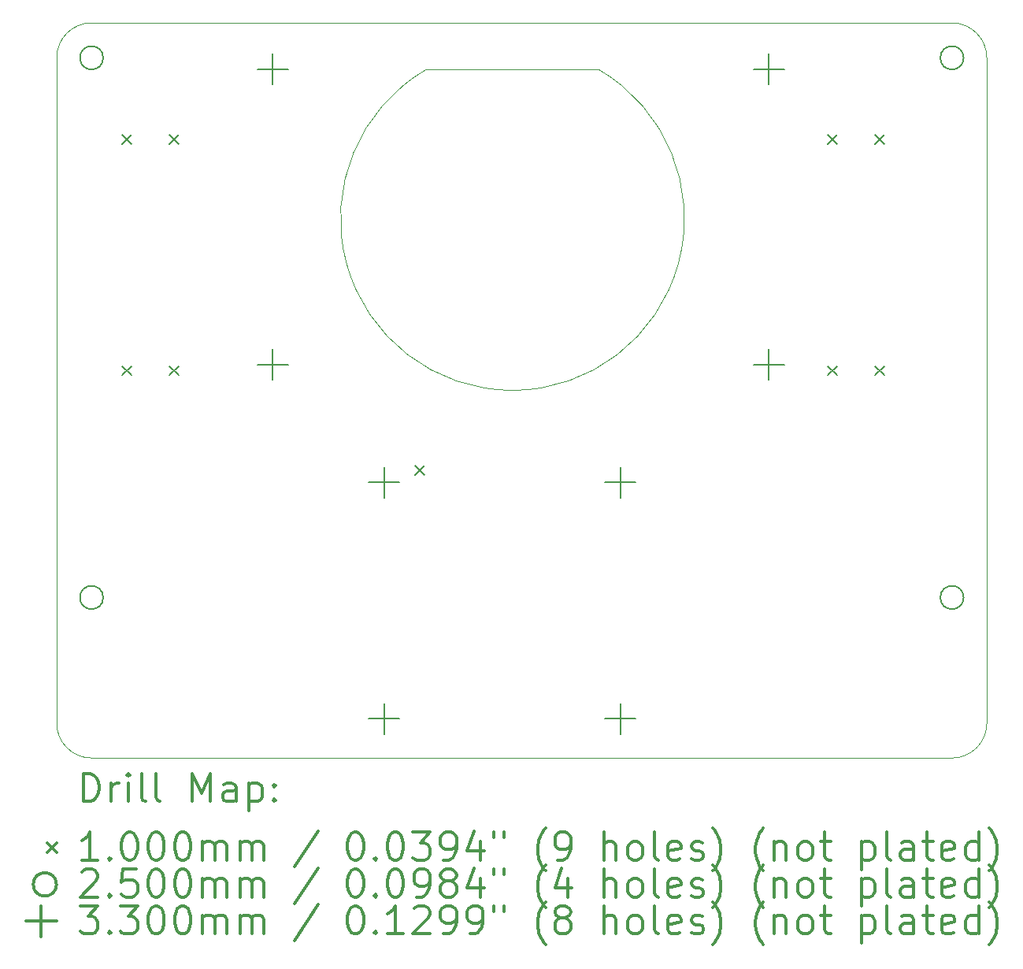
<source format=gbr>
%FSLAX45Y45*%
G04 Gerber Fmt 4.5, Leading zero omitted, Abs format (unit mm)*
G04 Created by KiCad (PCBNEW 5.99.0+really5.1.12+dfsg1-1) date 2022-01-12 10:46:13*
%MOMM*%
%LPD*%
G01*
G04 APERTURE LIST*
%TA.AperFunction,Profile*%
%ADD10C,0.050000*%
%TD*%
%ADD11C,0.200000*%
%ADD12C,0.300000*%
G04 APERTURE END LIST*
D10*
X13974064Y-5500000D02*
X15825396Y-5499688D01*
X15825396Y-5499688D02*
G75*
G02*
X13974064Y-5500000I-925397J-1600312D01*
G01*
X10000000Y-5375000D02*
G75*
G02*
X10375000Y-5000000I375000J0D01*
G01*
X19625000Y-5000000D02*
G75*
G02*
X20000000Y-5375000I0J-375000D01*
G01*
X20000000Y-12525000D02*
G75*
G02*
X19625000Y-12900000I-375000J0D01*
G01*
X10375000Y-12900000D02*
G75*
G02*
X10000000Y-12525000I0J375000D01*
G01*
X10375000Y-12900000D02*
X19625000Y-12900000D01*
X20000000Y-5375000D02*
X20000000Y-12525000D01*
X10375000Y-5000000D02*
X19625000Y-5000000D01*
X10000000Y-5375000D02*
X10000000Y-12525000D01*
D11*
X10700550Y-6204000D02*
X10800550Y-6304000D01*
X10800550Y-6204000D02*
X10700550Y-6304000D01*
X10700550Y-8687600D02*
X10800550Y-8787600D01*
X10800550Y-8687600D02*
X10700550Y-8787600D01*
X11208550Y-6204000D02*
X11308550Y-6304000D01*
X11308550Y-6204000D02*
X11208550Y-6304000D01*
X11208550Y-8687600D02*
X11308550Y-8787600D01*
X11308550Y-8687600D02*
X11208550Y-8787600D01*
X13852944Y-9760750D02*
X13952944Y-9860750D01*
X13952944Y-9760750D02*
X13852944Y-9860750D01*
X18288800Y-6204000D02*
X18388800Y-6304000D01*
X18388800Y-6204000D02*
X18288800Y-6304000D01*
X18288800Y-8687600D02*
X18388800Y-8787600D01*
X18388800Y-8687600D02*
X18288800Y-8787600D01*
X18796800Y-6204000D02*
X18896800Y-6304000D01*
X18896800Y-6204000D02*
X18796800Y-6304000D01*
X18796800Y-8687600D02*
X18896800Y-8787600D01*
X18896800Y-8687600D02*
X18796800Y-8787600D01*
X10500000Y-5375000D02*
G75*
G03*
X10500000Y-5375000I-125000J0D01*
G01*
X10500000Y-11175000D02*
G75*
G03*
X10500000Y-11175000I-125000J0D01*
G01*
X19750000Y-5375000D02*
G75*
G03*
X19750000Y-5375000I-125000J0D01*
G01*
X19750000Y-11175000D02*
G75*
G03*
X19750000Y-11175000I-125000J0D01*
G01*
X12321810Y-5332322D02*
X12321810Y-5662322D01*
X12156810Y-5497322D02*
X12486810Y-5497322D01*
X12321810Y-8507322D02*
X12321810Y-8837322D01*
X12156810Y-8672322D02*
X12486810Y-8672322D01*
X13521944Y-9772750D02*
X13521944Y-10102750D01*
X13356944Y-9937750D02*
X13686944Y-9937750D01*
X13521944Y-12312750D02*
X13521944Y-12642750D01*
X13356944Y-12477750D02*
X13686944Y-12477750D01*
X16061944Y-9772750D02*
X16061944Y-10102750D01*
X15896944Y-9937750D02*
X16226944Y-9937750D01*
X16061944Y-12312750D02*
X16061944Y-12642750D01*
X15896944Y-12477750D02*
X16226944Y-12477750D01*
X17655810Y-5332322D02*
X17655810Y-5662322D01*
X17490810Y-5497322D02*
X17820810Y-5497322D01*
X17655810Y-8507322D02*
X17655810Y-8837322D01*
X17490810Y-8672322D02*
X17820810Y-8672322D01*
D12*
X10283928Y-13368214D02*
X10283928Y-13068214D01*
X10355357Y-13068214D01*
X10398214Y-13082500D01*
X10426786Y-13111071D01*
X10441071Y-13139643D01*
X10455357Y-13196786D01*
X10455357Y-13239643D01*
X10441071Y-13296786D01*
X10426786Y-13325357D01*
X10398214Y-13353929D01*
X10355357Y-13368214D01*
X10283928Y-13368214D01*
X10583928Y-13368214D02*
X10583928Y-13168214D01*
X10583928Y-13225357D02*
X10598214Y-13196786D01*
X10612500Y-13182500D01*
X10641071Y-13168214D01*
X10669643Y-13168214D01*
X10769643Y-13368214D02*
X10769643Y-13168214D01*
X10769643Y-13068214D02*
X10755357Y-13082500D01*
X10769643Y-13096786D01*
X10783928Y-13082500D01*
X10769643Y-13068214D01*
X10769643Y-13096786D01*
X10955357Y-13368214D02*
X10926786Y-13353929D01*
X10912500Y-13325357D01*
X10912500Y-13068214D01*
X11112500Y-13368214D02*
X11083928Y-13353929D01*
X11069643Y-13325357D01*
X11069643Y-13068214D01*
X11455357Y-13368214D02*
X11455357Y-13068214D01*
X11555357Y-13282500D01*
X11655357Y-13068214D01*
X11655357Y-13368214D01*
X11926786Y-13368214D02*
X11926786Y-13211071D01*
X11912500Y-13182500D01*
X11883928Y-13168214D01*
X11826786Y-13168214D01*
X11798214Y-13182500D01*
X11926786Y-13353929D02*
X11898214Y-13368214D01*
X11826786Y-13368214D01*
X11798214Y-13353929D01*
X11783928Y-13325357D01*
X11783928Y-13296786D01*
X11798214Y-13268214D01*
X11826786Y-13253929D01*
X11898214Y-13253929D01*
X11926786Y-13239643D01*
X12069643Y-13168214D02*
X12069643Y-13468214D01*
X12069643Y-13182500D02*
X12098214Y-13168214D01*
X12155357Y-13168214D01*
X12183928Y-13182500D01*
X12198214Y-13196786D01*
X12212500Y-13225357D01*
X12212500Y-13311071D01*
X12198214Y-13339643D01*
X12183928Y-13353929D01*
X12155357Y-13368214D01*
X12098214Y-13368214D01*
X12069643Y-13353929D01*
X12341071Y-13339643D02*
X12355357Y-13353929D01*
X12341071Y-13368214D01*
X12326786Y-13353929D01*
X12341071Y-13339643D01*
X12341071Y-13368214D01*
X12341071Y-13182500D02*
X12355357Y-13196786D01*
X12341071Y-13211071D01*
X12326786Y-13196786D01*
X12341071Y-13182500D01*
X12341071Y-13211071D01*
X9897500Y-13812500D02*
X9997500Y-13912500D01*
X9997500Y-13812500D02*
X9897500Y-13912500D01*
X10441071Y-13998214D02*
X10269643Y-13998214D01*
X10355357Y-13998214D02*
X10355357Y-13698214D01*
X10326786Y-13741071D01*
X10298214Y-13769643D01*
X10269643Y-13783929D01*
X10569643Y-13969643D02*
X10583928Y-13983929D01*
X10569643Y-13998214D01*
X10555357Y-13983929D01*
X10569643Y-13969643D01*
X10569643Y-13998214D01*
X10769643Y-13698214D02*
X10798214Y-13698214D01*
X10826786Y-13712500D01*
X10841071Y-13726786D01*
X10855357Y-13755357D01*
X10869643Y-13812500D01*
X10869643Y-13883929D01*
X10855357Y-13941071D01*
X10841071Y-13969643D01*
X10826786Y-13983929D01*
X10798214Y-13998214D01*
X10769643Y-13998214D01*
X10741071Y-13983929D01*
X10726786Y-13969643D01*
X10712500Y-13941071D01*
X10698214Y-13883929D01*
X10698214Y-13812500D01*
X10712500Y-13755357D01*
X10726786Y-13726786D01*
X10741071Y-13712500D01*
X10769643Y-13698214D01*
X11055357Y-13698214D02*
X11083928Y-13698214D01*
X11112500Y-13712500D01*
X11126786Y-13726786D01*
X11141071Y-13755357D01*
X11155357Y-13812500D01*
X11155357Y-13883929D01*
X11141071Y-13941071D01*
X11126786Y-13969643D01*
X11112500Y-13983929D01*
X11083928Y-13998214D01*
X11055357Y-13998214D01*
X11026786Y-13983929D01*
X11012500Y-13969643D01*
X10998214Y-13941071D01*
X10983928Y-13883929D01*
X10983928Y-13812500D01*
X10998214Y-13755357D01*
X11012500Y-13726786D01*
X11026786Y-13712500D01*
X11055357Y-13698214D01*
X11341071Y-13698214D02*
X11369643Y-13698214D01*
X11398214Y-13712500D01*
X11412500Y-13726786D01*
X11426786Y-13755357D01*
X11441071Y-13812500D01*
X11441071Y-13883929D01*
X11426786Y-13941071D01*
X11412500Y-13969643D01*
X11398214Y-13983929D01*
X11369643Y-13998214D01*
X11341071Y-13998214D01*
X11312500Y-13983929D01*
X11298214Y-13969643D01*
X11283928Y-13941071D01*
X11269643Y-13883929D01*
X11269643Y-13812500D01*
X11283928Y-13755357D01*
X11298214Y-13726786D01*
X11312500Y-13712500D01*
X11341071Y-13698214D01*
X11569643Y-13998214D02*
X11569643Y-13798214D01*
X11569643Y-13826786D02*
X11583928Y-13812500D01*
X11612500Y-13798214D01*
X11655357Y-13798214D01*
X11683928Y-13812500D01*
X11698214Y-13841071D01*
X11698214Y-13998214D01*
X11698214Y-13841071D02*
X11712500Y-13812500D01*
X11741071Y-13798214D01*
X11783928Y-13798214D01*
X11812500Y-13812500D01*
X11826786Y-13841071D01*
X11826786Y-13998214D01*
X11969643Y-13998214D02*
X11969643Y-13798214D01*
X11969643Y-13826786D02*
X11983928Y-13812500D01*
X12012500Y-13798214D01*
X12055357Y-13798214D01*
X12083928Y-13812500D01*
X12098214Y-13841071D01*
X12098214Y-13998214D01*
X12098214Y-13841071D02*
X12112500Y-13812500D01*
X12141071Y-13798214D01*
X12183928Y-13798214D01*
X12212500Y-13812500D01*
X12226786Y-13841071D01*
X12226786Y-13998214D01*
X12812500Y-13683929D02*
X12555357Y-14069643D01*
X13198214Y-13698214D02*
X13226786Y-13698214D01*
X13255357Y-13712500D01*
X13269643Y-13726786D01*
X13283928Y-13755357D01*
X13298214Y-13812500D01*
X13298214Y-13883929D01*
X13283928Y-13941071D01*
X13269643Y-13969643D01*
X13255357Y-13983929D01*
X13226786Y-13998214D01*
X13198214Y-13998214D01*
X13169643Y-13983929D01*
X13155357Y-13969643D01*
X13141071Y-13941071D01*
X13126786Y-13883929D01*
X13126786Y-13812500D01*
X13141071Y-13755357D01*
X13155357Y-13726786D01*
X13169643Y-13712500D01*
X13198214Y-13698214D01*
X13426786Y-13969643D02*
X13441071Y-13983929D01*
X13426786Y-13998214D01*
X13412500Y-13983929D01*
X13426786Y-13969643D01*
X13426786Y-13998214D01*
X13626786Y-13698214D02*
X13655357Y-13698214D01*
X13683928Y-13712500D01*
X13698214Y-13726786D01*
X13712500Y-13755357D01*
X13726786Y-13812500D01*
X13726786Y-13883929D01*
X13712500Y-13941071D01*
X13698214Y-13969643D01*
X13683928Y-13983929D01*
X13655357Y-13998214D01*
X13626786Y-13998214D01*
X13598214Y-13983929D01*
X13583928Y-13969643D01*
X13569643Y-13941071D01*
X13555357Y-13883929D01*
X13555357Y-13812500D01*
X13569643Y-13755357D01*
X13583928Y-13726786D01*
X13598214Y-13712500D01*
X13626786Y-13698214D01*
X13826786Y-13698214D02*
X14012500Y-13698214D01*
X13912500Y-13812500D01*
X13955357Y-13812500D01*
X13983928Y-13826786D01*
X13998214Y-13841071D01*
X14012500Y-13869643D01*
X14012500Y-13941071D01*
X13998214Y-13969643D01*
X13983928Y-13983929D01*
X13955357Y-13998214D01*
X13869643Y-13998214D01*
X13841071Y-13983929D01*
X13826786Y-13969643D01*
X14155357Y-13998214D02*
X14212500Y-13998214D01*
X14241071Y-13983929D01*
X14255357Y-13969643D01*
X14283928Y-13926786D01*
X14298214Y-13869643D01*
X14298214Y-13755357D01*
X14283928Y-13726786D01*
X14269643Y-13712500D01*
X14241071Y-13698214D01*
X14183928Y-13698214D01*
X14155357Y-13712500D01*
X14141071Y-13726786D01*
X14126786Y-13755357D01*
X14126786Y-13826786D01*
X14141071Y-13855357D01*
X14155357Y-13869643D01*
X14183928Y-13883929D01*
X14241071Y-13883929D01*
X14269643Y-13869643D01*
X14283928Y-13855357D01*
X14298214Y-13826786D01*
X14555357Y-13798214D02*
X14555357Y-13998214D01*
X14483928Y-13683929D02*
X14412500Y-13898214D01*
X14598214Y-13898214D01*
X14698214Y-13698214D02*
X14698214Y-13755357D01*
X14812500Y-13698214D02*
X14812500Y-13755357D01*
X15255357Y-14112500D02*
X15241071Y-14098214D01*
X15212500Y-14055357D01*
X15198214Y-14026786D01*
X15183928Y-13983929D01*
X15169643Y-13912500D01*
X15169643Y-13855357D01*
X15183928Y-13783929D01*
X15198214Y-13741071D01*
X15212500Y-13712500D01*
X15241071Y-13669643D01*
X15255357Y-13655357D01*
X15383928Y-13998214D02*
X15441071Y-13998214D01*
X15469643Y-13983929D01*
X15483928Y-13969643D01*
X15512500Y-13926786D01*
X15526786Y-13869643D01*
X15526786Y-13755357D01*
X15512500Y-13726786D01*
X15498214Y-13712500D01*
X15469643Y-13698214D01*
X15412500Y-13698214D01*
X15383928Y-13712500D01*
X15369643Y-13726786D01*
X15355357Y-13755357D01*
X15355357Y-13826786D01*
X15369643Y-13855357D01*
X15383928Y-13869643D01*
X15412500Y-13883929D01*
X15469643Y-13883929D01*
X15498214Y-13869643D01*
X15512500Y-13855357D01*
X15526786Y-13826786D01*
X15883928Y-13998214D02*
X15883928Y-13698214D01*
X16012500Y-13998214D02*
X16012500Y-13841071D01*
X15998214Y-13812500D01*
X15969643Y-13798214D01*
X15926786Y-13798214D01*
X15898214Y-13812500D01*
X15883928Y-13826786D01*
X16198214Y-13998214D02*
X16169643Y-13983929D01*
X16155357Y-13969643D01*
X16141071Y-13941071D01*
X16141071Y-13855357D01*
X16155357Y-13826786D01*
X16169643Y-13812500D01*
X16198214Y-13798214D01*
X16241071Y-13798214D01*
X16269643Y-13812500D01*
X16283928Y-13826786D01*
X16298214Y-13855357D01*
X16298214Y-13941071D01*
X16283928Y-13969643D01*
X16269643Y-13983929D01*
X16241071Y-13998214D01*
X16198214Y-13998214D01*
X16469643Y-13998214D02*
X16441071Y-13983929D01*
X16426786Y-13955357D01*
X16426786Y-13698214D01*
X16698214Y-13983929D02*
X16669643Y-13998214D01*
X16612500Y-13998214D01*
X16583928Y-13983929D01*
X16569643Y-13955357D01*
X16569643Y-13841071D01*
X16583928Y-13812500D01*
X16612500Y-13798214D01*
X16669643Y-13798214D01*
X16698214Y-13812500D01*
X16712500Y-13841071D01*
X16712500Y-13869643D01*
X16569643Y-13898214D01*
X16826786Y-13983929D02*
X16855357Y-13998214D01*
X16912500Y-13998214D01*
X16941071Y-13983929D01*
X16955357Y-13955357D01*
X16955357Y-13941071D01*
X16941071Y-13912500D01*
X16912500Y-13898214D01*
X16869643Y-13898214D01*
X16841071Y-13883929D01*
X16826786Y-13855357D01*
X16826786Y-13841071D01*
X16841071Y-13812500D01*
X16869643Y-13798214D01*
X16912500Y-13798214D01*
X16941071Y-13812500D01*
X17055357Y-14112500D02*
X17069643Y-14098214D01*
X17098214Y-14055357D01*
X17112500Y-14026786D01*
X17126786Y-13983929D01*
X17141071Y-13912500D01*
X17141071Y-13855357D01*
X17126786Y-13783929D01*
X17112500Y-13741071D01*
X17098214Y-13712500D01*
X17069643Y-13669643D01*
X17055357Y-13655357D01*
X17598214Y-14112500D02*
X17583928Y-14098214D01*
X17555357Y-14055357D01*
X17541071Y-14026786D01*
X17526786Y-13983929D01*
X17512500Y-13912500D01*
X17512500Y-13855357D01*
X17526786Y-13783929D01*
X17541071Y-13741071D01*
X17555357Y-13712500D01*
X17583928Y-13669643D01*
X17598214Y-13655357D01*
X17712500Y-13798214D02*
X17712500Y-13998214D01*
X17712500Y-13826786D02*
X17726786Y-13812500D01*
X17755357Y-13798214D01*
X17798214Y-13798214D01*
X17826786Y-13812500D01*
X17841071Y-13841071D01*
X17841071Y-13998214D01*
X18026786Y-13998214D02*
X17998214Y-13983929D01*
X17983928Y-13969643D01*
X17969643Y-13941071D01*
X17969643Y-13855357D01*
X17983928Y-13826786D01*
X17998214Y-13812500D01*
X18026786Y-13798214D01*
X18069643Y-13798214D01*
X18098214Y-13812500D01*
X18112500Y-13826786D01*
X18126786Y-13855357D01*
X18126786Y-13941071D01*
X18112500Y-13969643D01*
X18098214Y-13983929D01*
X18069643Y-13998214D01*
X18026786Y-13998214D01*
X18212500Y-13798214D02*
X18326786Y-13798214D01*
X18255357Y-13698214D02*
X18255357Y-13955357D01*
X18269643Y-13983929D01*
X18298214Y-13998214D01*
X18326786Y-13998214D01*
X18655357Y-13798214D02*
X18655357Y-14098214D01*
X18655357Y-13812500D02*
X18683928Y-13798214D01*
X18741071Y-13798214D01*
X18769643Y-13812500D01*
X18783928Y-13826786D01*
X18798214Y-13855357D01*
X18798214Y-13941071D01*
X18783928Y-13969643D01*
X18769643Y-13983929D01*
X18741071Y-13998214D01*
X18683928Y-13998214D01*
X18655357Y-13983929D01*
X18969643Y-13998214D02*
X18941071Y-13983929D01*
X18926786Y-13955357D01*
X18926786Y-13698214D01*
X19212500Y-13998214D02*
X19212500Y-13841071D01*
X19198214Y-13812500D01*
X19169643Y-13798214D01*
X19112500Y-13798214D01*
X19083928Y-13812500D01*
X19212500Y-13983929D02*
X19183928Y-13998214D01*
X19112500Y-13998214D01*
X19083928Y-13983929D01*
X19069643Y-13955357D01*
X19069643Y-13926786D01*
X19083928Y-13898214D01*
X19112500Y-13883929D01*
X19183928Y-13883929D01*
X19212500Y-13869643D01*
X19312500Y-13798214D02*
X19426786Y-13798214D01*
X19355357Y-13698214D02*
X19355357Y-13955357D01*
X19369643Y-13983929D01*
X19398214Y-13998214D01*
X19426786Y-13998214D01*
X19641071Y-13983929D02*
X19612500Y-13998214D01*
X19555357Y-13998214D01*
X19526786Y-13983929D01*
X19512500Y-13955357D01*
X19512500Y-13841071D01*
X19526786Y-13812500D01*
X19555357Y-13798214D01*
X19612500Y-13798214D01*
X19641071Y-13812500D01*
X19655357Y-13841071D01*
X19655357Y-13869643D01*
X19512500Y-13898214D01*
X19912500Y-13998214D02*
X19912500Y-13698214D01*
X19912500Y-13983929D02*
X19883928Y-13998214D01*
X19826786Y-13998214D01*
X19798214Y-13983929D01*
X19783928Y-13969643D01*
X19769643Y-13941071D01*
X19769643Y-13855357D01*
X19783928Y-13826786D01*
X19798214Y-13812500D01*
X19826786Y-13798214D01*
X19883928Y-13798214D01*
X19912500Y-13812500D01*
X20026786Y-14112500D02*
X20041071Y-14098214D01*
X20069643Y-14055357D01*
X20083928Y-14026786D01*
X20098214Y-13983929D01*
X20112500Y-13912500D01*
X20112500Y-13855357D01*
X20098214Y-13783929D01*
X20083928Y-13741071D01*
X20069643Y-13712500D01*
X20041071Y-13669643D01*
X20026786Y-13655357D01*
X9997500Y-14258500D02*
G75*
G03*
X9997500Y-14258500I-125000J0D01*
G01*
X10269643Y-14122786D02*
X10283928Y-14108500D01*
X10312500Y-14094214D01*
X10383928Y-14094214D01*
X10412500Y-14108500D01*
X10426786Y-14122786D01*
X10441071Y-14151357D01*
X10441071Y-14179929D01*
X10426786Y-14222786D01*
X10255357Y-14394214D01*
X10441071Y-14394214D01*
X10569643Y-14365643D02*
X10583928Y-14379929D01*
X10569643Y-14394214D01*
X10555357Y-14379929D01*
X10569643Y-14365643D01*
X10569643Y-14394214D01*
X10855357Y-14094214D02*
X10712500Y-14094214D01*
X10698214Y-14237071D01*
X10712500Y-14222786D01*
X10741071Y-14208500D01*
X10812500Y-14208500D01*
X10841071Y-14222786D01*
X10855357Y-14237071D01*
X10869643Y-14265643D01*
X10869643Y-14337071D01*
X10855357Y-14365643D01*
X10841071Y-14379929D01*
X10812500Y-14394214D01*
X10741071Y-14394214D01*
X10712500Y-14379929D01*
X10698214Y-14365643D01*
X11055357Y-14094214D02*
X11083928Y-14094214D01*
X11112500Y-14108500D01*
X11126786Y-14122786D01*
X11141071Y-14151357D01*
X11155357Y-14208500D01*
X11155357Y-14279929D01*
X11141071Y-14337071D01*
X11126786Y-14365643D01*
X11112500Y-14379929D01*
X11083928Y-14394214D01*
X11055357Y-14394214D01*
X11026786Y-14379929D01*
X11012500Y-14365643D01*
X10998214Y-14337071D01*
X10983928Y-14279929D01*
X10983928Y-14208500D01*
X10998214Y-14151357D01*
X11012500Y-14122786D01*
X11026786Y-14108500D01*
X11055357Y-14094214D01*
X11341071Y-14094214D02*
X11369643Y-14094214D01*
X11398214Y-14108500D01*
X11412500Y-14122786D01*
X11426786Y-14151357D01*
X11441071Y-14208500D01*
X11441071Y-14279929D01*
X11426786Y-14337071D01*
X11412500Y-14365643D01*
X11398214Y-14379929D01*
X11369643Y-14394214D01*
X11341071Y-14394214D01*
X11312500Y-14379929D01*
X11298214Y-14365643D01*
X11283928Y-14337071D01*
X11269643Y-14279929D01*
X11269643Y-14208500D01*
X11283928Y-14151357D01*
X11298214Y-14122786D01*
X11312500Y-14108500D01*
X11341071Y-14094214D01*
X11569643Y-14394214D02*
X11569643Y-14194214D01*
X11569643Y-14222786D02*
X11583928Y-14208500D01*
X11612500Y-14194214D01*
X11655357Y-14194214D01*
X11683928Y-14208500D01*
X11698214Y-14237071D01*
X11698214Y-14394214D01*
X11698214Y-14237071D02*
X11712500Y-14208500D01*
X11741071Y-14194214D01*
X11783928Y-14194214D01*
X11812500Y-14208500D01*
X11826786Y-14237071D01*
X11826786Y-14394214D01*
X11969643Y-14394214D02*
X11969643Y-14194214D01*
X11969643Y-14222786D02*
X11983928Y-14208500D01*
X12012500Y-14194214D01*
X12055357Y-14194214D01*
X12083928Y-14208500D01*
X12098214Y-14237071D01*
X12098214Y-14394214D01*
X12098214Y-14237071D02*
X12112500Y-14208500D01*
X12141071Y-14194214D01*
X12183928Y-14194214D01*
X12212500Y-14208500D01*
X12226786Y-14237071D01*
X12226786Y-14394214D01*
X12812500Y-14079929D02*
X12555357Y-14465643D01*
X13198214Y-14094214D02*
X13226786Y-14094214D01*
X13255357Y-14108500D01*
X13269643Y-14122786D01*
X13283928Y-14151357D01*
X13298214Y-14208500D01*
X13298214Y-14279929D01*
X13283928Y-14337071D01*
X13269643Y-14365643D01*
X13255357Y-14379929D01*
X13226786Y-14394214D01*
X13198214Y-14394214D01*
X13169643Y-14379929D01*
X13155357Y-14365643D01*
X13141071Y-14337071D01*
X13126786Y-14279929D01*
X13126786Y-14208500D01*
X13141071Y-14151357D01*
X13155357Y-14122786D01*
X13169643Y-14108500D01*
X13198214Y-14094214D01*
X13426786Y-14365643D02*
X13441071Y-14379929D01*
X13426786Y-14394214D01*
X13412500Y-14379929D01*
X13426786Y-14365643D01*
X13426786Y-14394214D01*
X13626786Y-14094214D02*
X13655357Y-14094214D01*
X13683928Y-14108500D01*
X13698214Y-14122786D01*
X13712500Y-14151357D01*
X13726786Y-14208500D01*
X13726786Y-14279929D01*
X13712500Y-14337071D01*
X13698214Y-14365643D01*
X13683928Y-14379929D01*
X13655357Y-14394214D01*
X13626786Y-14394214D01*
X13598214Y-14379929D01*
X13583928Y-14365643D01*
X13569643Y-14337071D01*
X13555357Y-14279929D01*
X13555357Y-14208500D01*
X13569643Y-14151357D01*
X13583928Y-14122786D01*
X13598214Y-14108500D01*
X13626786Y-14094214D01*
X13869643Y-14394214D02*
X13926786Y-14394214D01*
X13955357Y-14379929D01*
X13969643Y-14365643D01*
X13998214Y-14322786D01*
X14012500Y-14265643D01*
X14012500Y-14151357D01*
X13998214Y-14122786D01*
X13983928Y-14108500D01*
X13955357Y-14094214D01*
X13898214Y-14094214D01*
X13869643Y-14108500D01*
X13855357Y-14122786D01*
X13841071Y-14151357D01*
X13841071Y-14222786D01*
X13855357Y-14251357D01*
X13869643Y-14265643D01*
X13898214Y-14279929D01*
X13955357Y-14279929D01*
X13983928Y-14265643D01*
X13998214Y-14251357D01*
X14012500Y-14222786D01*
X14183928Y-14222786D02*
X14155357Y-14208500D01*
X14141071Y-14194214D01*
X14126786Y-14165643D01*
X14126786Y-14151357D01*
X14141071Y-14122786D01*
X14155357Y-14108500D01*
X14183928Y-14094214D01*
X14241071Y-14094214D01*
X14269643Y-14108500D01*
X14283928Y-14122786D01*
X14298214Y-14151357D01*
X14298214Y-14165643D01*
X14283928Y-14194214D01*
X14269643Y-14208500D01*
X14241071Y-14222786D01*
X14183928Y-14222786D01*
X14155357Y-14237071D01*
X14141071Y-14251357D01*
X14126786Y-14279929D01*
X14126786Y-14337071D01*
X14141071Y-14365643D01*
X14155357Y-14379929D01*
X14183928Y-14394214D01*
X14241071Y-14394214D01*
X14269643Y-14379929D01*
X14283928Y-14365643D01*
X14298214Y-14337071D01*
X14298214Y-14279929D01*
X14283928Y-14251357D01*
X14269643Y-14237071D01*
X14241071Y-14222786D01*
X14555357Y-14194214D02*
X14555357Y-14394214D01*
X14483928Y-14079929D02*
X14412500Y-14294214D01*
X14598214Y-14294214D01*
X14698214Y-14094214D02*
X14698214Y-14151357D01*
X14812500Y-14094214D02*
X14812500Y-14151357D01*
X15255357Y-14508500D02*
X15241071Y-14494214D01*
X15212500Y-14451357D01*
X15198214Y-14422786D01*
X15183928Y-14379929D01*
X15169643Y-14308500D01*
X15169643Y-14251357D01*
X15183928Y-14179929D01*
X15198214Y-14137071D01*
X15212500Y-14108500D01*
X15241071Y-14065643D01*
X15255357Y-14051357D01*
X15498214Y-14194214D02*
X15498214Y-14394214D01*
X15426786Y-14079929D02*
X15355357Y-14294214D01*
X15541071Y-14294214D01*
X15883928Y-14394214D02*
X15883928Y-14094214D01*
X16012500Y-14394214D02*
X16012500Y-14237071D01*
X15998214Y-14208500D01*
X15969643Y-14194214D01*
X15926786Y-14194214D01*
X15898214Y-14208500D01*
X15883928Y-14222786D01*
X16198214Y-14394214D02*
X16169643Y-14379929D01*
X16155357Y-14365643D01*
X16141071Y-14337071D01*
X16141071Y-14251357D01*
X16155357Y-14222786D01*
X16169643Y-14208500D01*
X16198214Y-14194214D01*
X16241071Y-14194214D01*
X16269643Y-14208500D01*
X16283928Y-14222786D01*
X16298214Y-14251357D01*
X16298214Y-14337071D01*
X16283928Y-14365643D01*
X16269643Y-14379929D01*
X16241071Y-14394214D01*
X16198214Y-14394214D01*
X16469643Y-14394214D02*
X16441071Y-14379929D01*
X16426786Y-14351357D01*
X16426786Y-14094214D01*
X16698214Y-14379929D02*
X16669643Y-14394214D01*
X16612500Y-14394214D01*
X16583928Y-14379929D01*
X16569643Y-14351357D01*
X16569643Y-14237071D01*
X16583928Y-14208500D01*
X16612500Y-14194214D01*
X16669643Y-14194214D01*
X16698214Y-14208500D01*
X16712500Y-14237071D01*
X16712500Y-14265643D01*
X16569643Y-14294214D01*
X16826786Y-14379929D02*
X16855357Y-14394214D01*
X16912500Y-14394214D01*
X16941071Y-14379929D01*
X16955357Y-14351357D01*
X16955357Y-14337071D01*
X16941071Y-14308500D01*
X16912500Y-14294214D01*
X16869643Y-14294214D01*
X16841071Y-14279929D01*
X16826786Y-14251357D01*
X16826786Y-14237071D01*
X16841071Y-14208500D01*
X16869643Y-14194214D01*
X16912500Y-14194214D01*
X16941071Y-14208500D01*
X17055357Y-14508500D02*
X17069643Y-14494214D01*
X17098214Y-14451357D01*
X17112500Y-14422786D01*
X17126786Y-14379929D01*
X17141071Y-14308500D01*
X17141071Y-14251357D01*
X17126786Y-14179929D01*
X17112500Y-14137071D01*
X17098214Y-14108500D01*
X17069643Y-14065643D01*
X17055357Y-14051357D01*
X17598214Y-14508500D02*
X17583928Y-14494214D01*
X17555357Y-14451357D01*
X17541071Y-14422786D01*
X17526786Y-14379929D01*
X17512500Y-14308500D01*
X17512500Y-14251357D01*
X17526786Y-14179929D01*
X17541071Y-14137071D01*
X17555357Y-14108500D01*
X17583928Y-14065643D01*
X17598214Y-14051357D01*
X17712500Y-14194214D02*
X17712500Y-14394214D01*
X17712500Y-14222786D02*
X17726786Y-14208500D01*
X17755357Y-14194214D01*
X17798214Y-14194214D01*
X17826786Y-14208500D01*
X17841071Y-14237071D01*
X17841071Y-14394214D01*
X18026786Y-14394214D02*
X17998214Y-14379929D01*
X17983928Y-14365643D01*
X17969643Y-14337071D01*
X17969643Y-14251357D01*
X17983928Y-14222786D01*
X17998214Y-14208500D01*
X18026786Y-14194214D01*
X18069643Y-14194214D01*
X18098214Y-14208500D01*
X18112500Y-14222786D01*
X18126786Y-14251357D01*
X18126786Y-14337071D01*
X18112500Y-14365643D01*
X18098214Y-14379929D01*
X18069643Y-14394214D01*
X18026786Y-14394214D01*
X18212500Y-14194214D02*
X18326786Y-14194214D01*
X18255357Y-14094214D02*
X18255357Y-14351357D01*
X18269643Y-14379929D01*
X18298214Y-14394214D01*
X18326786Y-14394214D01*
X18655357Y-14194214D02*
X18655357Y-14494214D01*
X18655357Y-14208500D02*
X18683928Y-14194214D01*
X18741071Y-14194214D01*
X18769643Y-14208500D01*
X18783928Y-14222786D01*
X18798214Y-14251357D01*
X18798214Y-14337071D01*
X18783928Y-14365643D01*
X18769643Y-14379929D01*
X18741071Y-14394214D01*
X18683928Y-14394214D01*
X18655357Y-14379929D01*
X18969643Y-14394214D02*
X18941071Y-14379929D01*
X18926786Y-14351357D01*
X18926786Y-14094214D01*
X19212500Y-14394214D02*
X19212500Y-14237071D01*
X19198214Y-14208500D01*
X19169643Y-14194214D01*
X19112500Y-14194214D01*
X19083928Y-14208500D01*
X19212500Y-14379929D02*
X19183928Y-14394214D01*
X19112500Y-14394214D01*
X19083928Y-14379929D01*
X19069643Y-14351357D01*
X19069643Y-14322786D01*
X19083928Y-14294214D01*
X19112500Y-14279929D01*
X19183928Y-14279929D01*
X19212500Y-14265643D01*
X19312500Y-14194214D02*
X19426786Y-14194214D01*
X19355357Y-14094214D02*
X19355357Y-14351357D01*
X19369643Y-14379929D01*
X19398214Y-14394214D01*
X19426786Y-14394214D01*
X19641071Y-14379929D02*
X19612500Y-14394214D01*
X19555357Y-14394214D01*
X19526786Y-14379929D01*
X19512500Y-14351357D01*
X19512500Y-14237071D01*
X19526786Y-14208500D01*
X19555357Y-14194214D01*
X19612500Y-14194214D01*
X19641071Y-14208500D01*
X19655357Y-14237071D01*
X19655357Y-14265643D01*
X19512500Y-14294214D01*
X19912500Y-14394214D02*
X19912500Y-14094214D01*
X19912500Y-14379929D02*
X19883928Y-14394214D01*
X19826786Y-14394214D01*
X19798214Y-14379929D01*
X19783928Y-14365643D01*
X19769643Y-14337071D01*
X19769643Y-14251357D01*
X19783928Y-14222786D01*
X19798214Y-14208500D01*
X19826786Y-14194214D01*
X19883928Y-14194214D01*
X19912500Y-14208500D01*
X20026786Y-14508500D02*
X20041071Y-14494214D01*
X20069643Y-14451357D01*
X20083928Y-14422786D01*
X20098214Y-14379929D01*
X20112500Y-14308500D01*
X20112500Y-14251357D01*
X20098214Y-14179929D01*
X20083928Y-14137071D01*
X20069643Y-14108500D01*
X20041071Y-14065643D01*
X20026786Y-14051357D01*
X9832500Y-14489500D02*
X9832500Y-14819500D01*
X9667500Y-14654500D02*
X9997500Y-14654500D01*
X10255357Y-14490214D02*
X10441071Y-14490214D01*
X10341071Y-14604500D01*
X10383928Y-14604500D01*
X10412500Y-14618786D01*
X10426786Y-14633071D01*
X10441071Y-14661643D01*
X10441071Y-14733071D01*
X10426786Y-14761643D01*
X10412500Y-14775929D01*
X10383928Y-14790214D01*
X10298214Y-14790214D01*
X10269643Y-14775929D01*
X10255357Y-14761643D01*
X10569643Y-14761643D02*
X10583928Y-14775929D01*
X10569643Y-14790214D01*
X10555357Y-14775929D01*
X10569643Y-14761643D01*
X10569643Y-14790214D01*
X10683928Y-14490214D02*
X10869643Y-14490214D01*
X10769643Y-14604500D01*
X10812500Y-14604500D01*
X10841071Y-14618786D01*
X10855357Y-14633071D01*
X10869643Y-14661643D01*
X10869643Y-14733071D01*
X10855357Y-14761643D01*
X10841071Y-14775929D01*
X10812500Y-14790214D01*
X10726786Y-14790214D01*
X10698214Y-14775929D01*
X10683928Y-14761643D01*
X11055357Y-14490214D02*
X11083928Y-14490214D01*
X11112500Y-14504500D01*
X11126786Y-14518786D01*
X11141071Y-14547357D01*
X11155357Y-14604500D01*
X11155357Y-14675929D01*
X11141071Y-14733071D01*
X11126786Y-14761643D01*
X11112500Y-14775929D01*
X11083928Y-14790214D01*
X11055357Y-14790214D01*
X11026786Y-14775929D01*
X11012500Y-14761643D01*
X10998214Y-14733071D01*
X10983928Y-14675929D01*
X10983928Y-14604500D01*
X10998214Y-14547357D01*
X11012500Y-14518786D01*
X11026786Y-14504500D01*
X11055357Y-14490214D01*
X11341071Y-14490214D02*
X11369643Y-14490214D01*
X11398214Y-14504500D01*
X11412500Y-14518786D01*
X11426786Y-14547357D01*
X11441071Y-14604500D01*
X11441071Y-14675929D01*
X11426786Y-14733071D01*
X11412500Y-14761643D01*
X11398214Y-14775929D01*
X11369643Y-14790214D01*
X11341071Y-14790214D01*
X11312500Y-14775929D01*
X11298214Y-14761643D01*
X11283928Y-14733071D01*
X11269643Y-14675929D01*
X11269643Y-14604500D01*
X11283928Y-14547357D01*
X11298214Y-14518786D01*
X11312500Y-14504500D01*
X11341071Y-14490214D01*
X11569643Y-14790214D02*
X11569643Y-14590214D01*
X11569643Y-14618786D02*
X11583928Y-14604500D01*
X11612500Y-14590214D01*
X11655357Y-14590214D01*
X11683928Y-14604500D01*
X11698214Y-14633071D01*
X11698214Y-14790214D01*
X11698214Y-14633071D02*
X11712500Y-14604500D01*
X11741071Y-14590214D01*
X11783928Y-14590214D01*
X11812500Y-14604500D01*
X11826786Y-14633071D01*
X11826786Y-14790214D01*
X11969643Y-14790214D02*
X11969643Y-14590214D01*
X11969643Y-14618786D02*
X11983928Y-14604500D01*
X12012500Y-14590214D01*
X12055357Y-14590214D01*
X12083928Y-14604500D01*
X12098214Y-14633071D01*
X12098214Y-14790214D01*
X12098214Y-14633071D02*
X12112500Y-14604500D01*
X12141071Y-14590214D01*
X12183928Y-14590214D01*
X12212500Y-14604500D01*
X12226786Y-14633071D01*
X12226786Y-14790214D01*
X12812500Y-14475929D02*
X12555357Y-14861643D01*
X13198214Y-14490214D02*
X13226786Y-14490214D01*
X13255357Y-14504500D01*
X13269643Y-14518786D01*
X13283928Y-14547357D01*
X13298214Y-14604500D01*
X13298214Y-14675929D01*
X13283928Y-14733071D01*
X13269643Y-14761643D01*
X13255357Y-14775929D01*
X13226786Y-14790214D01*
X13198214Y-14790214D01*
X13169643Y-14775929D01*
X13155357Y-14761643D01*
X13141071Y-14733071D01*
X13126786Y-14675929D01*
X13126786Y-14604500D01*
X13141071Y-14547357D01*
X13155357Y-14518786D01*
X13169643Y-14504500D01*
X13198214Y-14490214D01*
X13426786Y-14761643D02*
X13441071Y-14775929D01*
X13426786Y-14790214D01*
X13412500Y-14775929D01*
X13426786Y-14761643D01*
X13426786Y-14790214D01*
X13726786Y-14790214D02*
X13555357Y-14790214D01*
X13641071Y-14790214D02*
X13641071Y-14490214D01*
X13612500Y-14533071D01*
X13583928Y-14561643D01*
X13555357Y-14575929D01*
X13841071Y-14518786D02*
X13855357Y-14504500D01*
X13883928Y-14490214D01*
X13955357Y-14490214D01*
X13983928Y-14504500D01*
X13998214Y-14518786D01*
X14012500Y-14547357D01*
X14012500Y-14575929D01*
X13998214Y-14618786D01*
X13826786Y-14790214D01*
X14012500Y-14790214D01*
X14155357Y-14790214D02*
X14212500Y-14790214D01*
X14241071Y-14775929D01*
X14255357Y-14761643D01*
X14283928Y-14718786D01*
X14298214Y-14661643D01*
X14298214Y-14547357D01*
X14283928Y-14518786D01*
X14269643Y-14504500D01*
X14241071Y-14490214D01*
X14183928Y-14490214D01*
X14155357Y-14504500D01*
X14141071Y-14518786D01*
X14126786Y-14547357D01*
X14126786Y-14618786D01*
X14141071Y-14647357D01*
X14155357Y-14661643D01*
X14183928Y-14675929D01*
X14241071Y-14675929D01*
X14269643Y-14661643D01*
X14283928Y-14647357D01*
X14298214Y-14618786D01*
X14441071Y-14790214D02*
X14498214Y-14790214D01*
X14526786Y-14775929D01*
X14541071Y-14761643D01*
X14569643Y-14718786D01*
X14583928Y-14661643D01*
X14583928Y-14547357D01*
X14569643Y-14518786D01*
X14555357Y-14504500D01*
X14526786Y-14490214D01*
X14469643Y-14490214D01*
X14441071Y-14504500D01*
X14426786Y-14518786D01*
X14412500Y-14547357D01*
X14412500Y-14618786D01*
X14426786Y-14647357D01*
X14441071Y-14661643D01*
X14469643Y-14675929D01*
X14526786Y-14675929D01*
X14555357Y-14661643D01*
X14569643Y-14647357D01*
X14583928Y-14618786D01*
X14698214Y-14490214D02*
X14698214Y-14547357D01*
X14812500Y-14490214D02*
X14812500Y-14547357D01*
X15255357Y-14904500D02*
X15241071Y-14890214D01*
X15212500Y-14847357D01*
X15198214Y-14818786D01*
X15183928Y-14775929D01*
X15169643Y-14704500D01*
X15169643Y-14647357D01*
X15183928Y-14575929D01*
X15198214Y-14533071D01*
X15212500Y-14504500D01*
X15241071Y-14461643D01*
X15255357Y-14447357D01*
X15412500Y-14618786D02*
X15383928Y-14604500D01*
X15369643Y-14590214D01*
X15355357Y-14561643D01*
X15355357Y-14547357D01*
X15369643Y-14518786D01*
X15383928Y-14504500D01*
X15412500Y-14490214D01*
X15469643Y-14490214D01*
X15498214Y-14504500D01*
X15512500Y-14518786D01*
X15526786Y-14547357D01*
X15526786Y-14561643D01*
X15512500Y-14590214D01*
X15498214Y-14604500D01*
X15469643Y-14618786D01*
X15412500Y-14618786D01*
X15383928Y-14633071D01*
X15369643Y-14647357D01*
X15355357Y-14675929D01*
X15355357Y-14733071D01*
X15369643Y-14761643D01*
X15383928Y-14775929D01*
X15412500Y-14790214D01*
X15469643Y-14790214D01*
X15498214Y-14775929D01*
X15512500Y-14761643D01*
X15526786Y-14733071D01*
X15526786Y-14675929D01*
X15512500Y-14647357D01*
X15498214Y-14633071D01*
X15469643Y-14618786D01*
X15883928Y-14790214D02*
X15883928Y-14490214D01*
X16012500Y-14790214D02*
X16012500Y-14633071D01*
X15998214Y-14604500D01*
X15969643Y-14590214D01*
X15926786Y-14590214D01*
X15898214Y-14604500D01*
X15883928Y-14618786D01*
X16198214Y-14790214D02*
X16169643Y-14775929D01*
X16155357Y-14761643D01*
X16141071Y-14733071D01*
X16141071Y-14647357D01*
X16155357Y-14618786D01*
X16169643Y-14604500D01*
X16198214Y-14590214D01*
X16241071Y-14590214D01*
X16269643Y-14604500D01*
X16283928Y-14618786D01*
X16298214Y-14647357D01*
X16298214Y-14733071D01*
X16283928Y-14761643D01*
X16269643Y-14775929D01*
X16241071Y-14790214D01*
X16198214Y-14790214D01*
X16469643Y-14790214D02*
X16441071Y-14775929D01*
X16426786Y-14747357D01*
X16426786Y-14490214D01*
X16698214Y-14775929D02*
X16669643Y-14790214D01*
X16612500Y-14790214D01*
X16583928Y-14775929D01*
X16569643Y-14747357D01*
X16569643Y-14633071D01*
X16583928Y-14604500D01*
X16612500Y-14590214D01*
X16669643Y-14590214D01*
X16698214Y-14604500D01*
X16712500Y-14633071D01*
X16712500Y-14661643D01*
X16569643Y-14690214D01*
X16826786Y-14775929D02*
X16855357Y-14790214D01*
X16912500Y-14790214D01*
X16941071Y-14775929D01*
X16955357Y-14747357D01*
X16955357Y-14733071D01*
X16941071Y-14704500D01*
X16912500Y-14690214D01*
X16869643Y-14690214D01*
X16841071Y-14675929D01*
X16826786Y-14647357D01*
X16826786Y-14633071D01*
X16841071Y-14604500D01*
X16869643Y-14590214D01*
X16912500Y-14590214D01*
X16941071Y-14604500D01*
X17055357Y-14904500D02*
X17069643Y-14890214D01*
X17098214Y-14847357D01*
X17112500Y-14818786D01*
X17126786Y-14775929D01*
X17141071Y-14704500D01*
X17141071Y-14647357D01*
X17126786Y-14575929D01*
X17112500Y-14533071D01*
X17098214Y-14504500D01*
X17069643Y-14461643D01*
X17055357Y-14447357D01*
X17598214Y-14904500D02*
X17583928Y-14890214D01*
X17555357Y-14847357D01*
X17541071Y-14818786D01*
X17526786Y-14775929D01*
X17512500Y-14704500D01*
X17512500Y-14647357D01*
X17526786Y-14575929D01*
X17541071Y-14533071D01*
X17555357Y-14504500D01*
X17583928Y-14461643D01*
X17598214Y-14447357D01*
X17712500Y-14590214D02*
X17712500Y-14790214D01*
X17712500Y-14618786D02*
X17726786Y-14604500D01*
X17755357Y-14590214D01*
X17798214Y-14590214D01*
X17826786Y-14604500D01*
X17841071Y-14633071D01*
X17841071Y-14790214D01*
X18026786Y-14790214D02*
X17998214Y-14775929D01*
X17983928Y-14761643D01*
X17969643Y-14733071D01*
X17969643Y-14647357D01*
X17983928Y-14618786D01*
X17998214Y-14604500D01*
X18026786Y-14590214D01*
X18069643Y-14590214D01*
X18098214Y-14604500D01*
X18112500Y-14618786D01*
X18126786Y-14647357D01*
X18126786Y-14733071D01*
X18112500Y-14761643D01*
X18098214Y-14775929D01*
X18069643Y-14790214D01*
X18026786Y-14790214D01*
X18212500Y-14590214D02*
X18326786Y-14590214D01*
X18255357Y-14490214D02*
X18255357Y-14747357D01*
X18269643Y-14775929D01*
X18298214Y-14790214D01*
X18326786Y-14790214D01*
X18655357Y-14590214D02*
X18655357Y-14890214D01*
X18655357Y-14604500D02*
X18683928Y-14590214D01*
X18741071Y-14590214D01*
X18769643Y-14604500D01*
X18783928Y-14618786D01*
X18798214Y-14647357D01*
X18798214Y-14733071D01*
X18783928Y-14761643D01*
X18769643Y-14775929D01*
X18741071Y-14790214D01*
X18683928Y-14790214D01*
X18655357Y-14775929D01*
X18969643Y-14790214D02*
X18941071Y-14775929D01*
X18926786Y-14747357D01*
X18926786Y-14490214D01*
X19212500Y-14790214D02*
X19212500Y-14633071D01*
X19198214Y-14604500D01*
X19169643Y-14590214D01*
X19112500Y-14590214D01*
X19083928Y-14604500D01*
X19212500Y-14775929D02*
X19183928Y-14790214D01*
X19112500Y-14790214D01*
X19083928Y-14775929D01*
X19069643Y-14747357D01*
X19069643Y-14718786D01*
X19083928Y-14690214D01*
X19112500Y-14675929D01*
X19183928Y-14675929D01*
X19212500Y-14661643D01*
X19312500Y-14590214D02*
X19426786Y-14590214D01*
X19355357Y-14490214D02*
X19355357Y-14747357D01*
X19369643Y-14775929D01*
X19398214Y-14790214D01*
X19426786Y-14790214D01*
X19641071Y-14775929D02*
X19612500Y-14790214D01*
X19555357Y-14790214D01*
X19526786Y-14775929D01*
X19512500Y-14747357D01*
X19512500Y-14633071D01*
X19526786Y-14604500D01*
X19555357Y-14590214D01*
X19612500Y-14590214D01*
X19641071Y-14604500D01*
X19655357Y-14633071D01*
X19655357Y-14661643D01*
X19512500Y-14690214D01*
X19912500Y-14790214D02*
X19912500Y-14490214D01*
X19912500Y-14775929D02*
X19883928Y-14790214D01*
X19826786Y-14790214D01*
X19798214Y-14775929D01*
X19783928Y-14761643D01*
X19769643Y-14733071D01*
X19769643Y-14647357D01*
X19783928Y-14618786D01*
X19798214Y-14604500D01*
X19826786Y-14590214D01*
X19883928Y-14590214D01*
X19912500Y-14604500D01*
X20026786Y-14904500D02*
X20041071Y-14890214D01*
X20069643Y-14847357D01*
X20083928Y-14818786D01*
X20098214Y-14775929D01*
X20112500Y-14704500D01*
X20112500Y-14647357D01*
X20098214Y-14575929D01*
X20083928Y-14533071D01*
X20069643Y-14504500D01*
X20041071Y-14461643D01*
X20026786Y-14447357D01*
M02*

</source>
